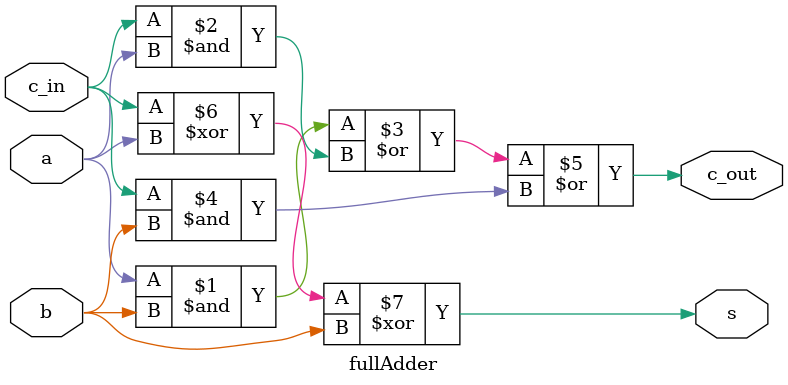
<source format=v>
`timescale 1ns / 1ns

module part2(Clock, Reset_b, Data, Function, ALUout);
input Clock; //Used in always statement for register
input Reset_b; //Used for the register
input [3:0] Data; //Kind of like our A in Lab 3 Part 3
input [2:0] Function; //Used for our ALU
output reg [7:0] ALUout; //ALUout [3:0] is going to be the input signal B

wire [7:0] registerWire;

ALU A1(.A(Data), .B(registerWire[3:0]), .Function(Function), .regState(registerWire), .ALUout(ALUout));
register R1(.registerInput(ALUout), .reset(Reset_b), .clock(Clock), .regState(registerWire));

endmodule

module register (registerInput, reset, clock, regState);
input [7:0] registerInput;
input reset, clock;
output reg [7:0] regState;

always @(posedge clock)
begin
if(reset == 1'b0)
regState <= 8'b00000000;
else
regState <= registerInput;

end

endmodule

module ALU (A, B, Function, regState, ALUout);
input [3:0] A, B;
input [2:0] Function;
input [7:0] regState;
output [7:0] ALUout;

wire [7:0] W0, W1, W2, W3, W4, W5, W6, W7;

//CASE 0 //CORRECT FOR LAB 4
RA C1(.a(A),.b(B),.c_in(1'b0),.s(W0[3:0]),.c_out(W0[4]));
assign W0[7:5] = 3'b000; 

//CASE 1 //CORRECT FOR LAB 4
assign W1[4:0] = (A + B);
assign W1[7:5] = 3'b000;

//CASE 2 //CORRECT FOR LAB 4
assign W2 = {B[3],B[3],B[3],B[3],B};

//CASE 3 //CORRECT FOR LAB 4
assign W3 = ((|A || |B) ? (8'b00000001) : (8'b00000000));

//CASE 4 //CORRECT FOR LAB 4
assign W4 = ((&A && &B) ? (8'b00000001) : (8'b00000000));

//CASE 5
assign W5 = B << A;

//CASE 6
assign W6 = (A*B);

//CASE 7
assign W7 = regState;

mux7to1 M1(.out0(W0), .out1(W1), .out2(W2), .out3(W3), .out4(W4), .out5(W5), .out6(W6), .out7(W7), .MuxSelect(Function), .muxOut(ALUout));

endmodule

module mux7to1 (input [7:0] out0, out1, out2, out3, out4, out5, out6, out7,  
input [2:0] MuxSelect, output reg [7:0] muxOut);

always @(*)
case (~MuxSelect[2:0])

3'b000: muxOut = out0;
3'b001: muxOut = out1;
3'b010: muxOut = out2; 
3'b011: muxOut = out3; 
3'b100: muxOut = out4; 
3'b101: muxOut = out5; 
3'b110: muxOut = out6;
3'b111: muxOut = out7; 
default: muxOut = 8'b00000000; 
					
endcase
				
endmodule 

//PART 2 RIPPLE ADDER MODULE
module RA (a, b, c_in, s, c_out);
	input [3:0] a;
	input [3:0] b;	
	input c_in;
	output [3:0] s;
	output [3:0] c_out;

	fullAdder A1(.a(a[0]),.b(b[0]),.c_in(c_in),.s(s[0]),.c_out(c_out[0]));
	fullAdder A2(.a(a[1]),.b(b[1]),.c_in(c_out[0]),.s(s[1]),.c_out(c_out[1]));
	fullAdder A3(.a(a[2]),.b(b[2]),.c_in(c_out[1]),.s(s[2]),.c_out(c_out[2]));
	fullAdder A4(.a(a[3]),.b(b[3]),.c_in(c_out[2]),.s(s[3]),.c_out(c_out[3]));

endmodule


module fullAdder (a, b, c_in, s, c_out);
	input a;
	input b;
	input c_in;
	output s;
	output c_out;

	assign c_out = (a&b)|(c_in&a)|(c_in&b);
	assign s = c_in^a^b;
endmodule


</source>
